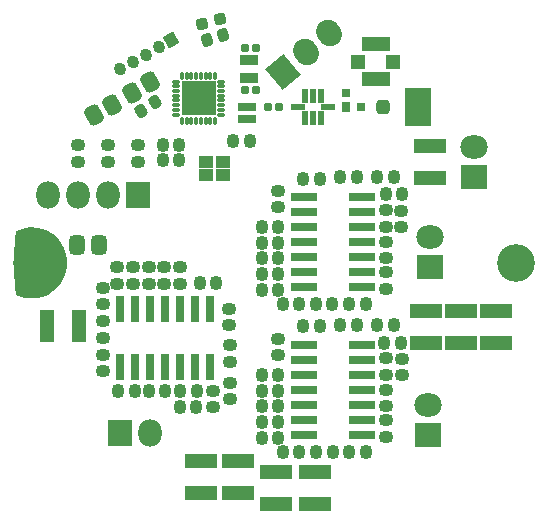
<source format=gts>
G04*
G04 #@! TF.GenerationSoftware,Altium Limited,Altium Designer,20.0.13 (296)*
G04*
G04 Layer_Color=8388736*
%FSLAX25Y25*%
%MOIN*%
G70*
G01*
G75*
G04:AMPARAMS|DCode=42|XSize=65.13mil|YSize=53.31mil|CornerRadius=15.33mil|HoleSize=0mil|Usage=FLASHONLY|Rotation=270.000|XOffset=0mil|YOffset=0mil|HoleType=Round|Shape=RoundedRectangle|*
%AMROUNDEDRECTD42*
21,1,0.06513,0.02266,0,0,270.0*
21,1,0.03447,0.05331,0,0,270.0*
1,1,0.03066,-0.01133,-0.01723*
1,1,0.03066,-0.01133,0.01723*
1,1,0.03066,0.01133,0.01723*
1,1,0.03066,0.01133,-0.01723*
%
%ADD42ROUNDEDRECTD42*%
%ADD43R,0.11036X0.05131*%
%ADD44R,0.03000X0.08600*%
%ADD45R,0.08600X0.03000*%
G04:AMPARAMS|DCode=46|XSize=43.43mil|YSize=37.53mil|CornerRadius=11.38mil|HoleSize=0mil|Usage=FLASHONLY|Rotation=90.000|XOffset=0mil|YOffset=0mil|HoleType=Round|Shape=RoundedRectangle|*
%AMROUNDEDRECTD46*
21,1,0.04343,0.01476,0,0,90.0*
21,1,0.02067,0.03753,0,0,90.0*
1,1,0.02276,0.00738,0.01034*
1,1,0.02276,0.00738,-0.01034*
1,1,0.02276,-0.00738,-0.01034*
1,1,0.02276,-0.00738,0.01034*
%
%ADD46ROUNDEDRECTD46*%
G04:AMPARAMS|DCode=47|XSize=43.43mil|YSize=37.53mil|CornerRadius=11.38mil|HoleSize=0mil|Usage=FLASHONLY|Rotation=180.000|XOffset=0mil|YOffset=0mil|HoleType=Round|Shape=RoundedRectangle|*
%AMROUNDEDRECTD47*
21,1,0.04343,0.01476,0,0,180.0*
21,1,0.02067,0.03753,0,0,180.0*
1,1,0.02276,-0.01034,0.00738*
1,1,0.02276,0.01034,0.00738*
1,1,0.02276,0.01034,-0.00738*
1,1,0.02276,-0.01034,-0.00738*
%
%ADD47ROUNDEDRECTD47*%
%ADD48R,0.05131X0.11036*%
G04:AMPARAMS|DCode=49|XSize=43.43mil|YSize=37.53mil|CornerRadius=11.38mil|HoleSize=0mil|Usage=FLASHONLY|Rotation=285.000|XOffset=0mil|YOffset=0mil|HoleType=Round|Shape=RoundedRectangle|*
%AMROUNDEDRECTD49*
21,1,0.04343,0.01476,0,0,285.0*
21,1,0.02067,0.03753,0,0,285.0*
1,1,0.02276,-0.00446,-0.01189*
1,1,0.02276,-0.00981,0.00807*
1,1,0.02276,0.00446,0.01189*
1,1,0.02276,0.00981,-0.00807*
%
%ADD49ROUNDEDRECTD49*%
G04:AMPARAMS|DCode=50|XSize=43.43mil|YSize=37.53mil|CornerRadius=11.38mil|HoleSize=0mil|Usage=FLASHONLY|Rotation=300.000|XOffset=0mil|YOffset=0mil|HoleType=Round|Shape=RoundedRectangle|*
%AMROUNDEDRECTD50*
21,1,0.04343,0.01476,0,0,300.0*
21,1,0.02067,0.03753,0,0,300.0*
1,1,0.02276,-0.00123,-0.01264*
1,1,0.02276,-0.01156,0.00526*
1,1,0.02276,0.00123,0.01264*
1,1,0.02276,0.01156,-0.00526*
%
%ADD50ROUNDEDRECTD50*%
G04:AMPARAMS|DCode=51|XSize=65.13mil|YSize=53.31mil|CornerRadius=15.33mil|HoleSize=0mil|Usage=FLASHONLY|Rotation=120.000|XOffset=0mil|YOffset=0mil|HoleType=Round|Shape=RoundedRectangle|*
%AMROUNDEDRECTD51*
21,1,0.06513,0.02266,0,0,120.0*
21,1,0.03447,0.05331,0,0,120.0*
1,1,0.03066,0.00119,0.02059*
1,1,0.03066,0.01843,-0.00926*
1,1,0.03066,-0.00119,-0.02059*
1,1,0.03066,-0.01843,0.00926*
%
%ADD51ROUNDEDRECTD51*%
%ADD52R,0.04737X0.04737*%
%ADD53R,0.09461X0.04934*%
%ADD54R,0.04737X0.02178*%
%ADD55R,0.02178X0.04737*%
%ADD56R,0.03162X0.03200*%
%ADD57R,0.03162X0.03162*%
%ADD58R,0.03162X0.03162*%
%ADD59R,0.01981X0.02769*%
G04:AMPARAMS|DCode=60|XSize=27.69mil|YSize=28.63mil|CornerRadius=8.92mil|HoleSize=0mil|Usage=FLASHONLY|Rotation=90.000|XOffset=0mil|YOffset=0mil|HoleType=Round|Shape=RoundedRectangle|*
%AMROUNDEDRECTD60*
21,1,0.02769,0.01079,0,0,90.0*
21,1,0.00984,0.02863,0,0,90.0*
1,1,0.01784,0.00539,0.00492*
1,1,0.01784,0.00539,-0.00492*
1,1,0.01784,-0.00539,-0.00492*
1,1,0.01784,-0.00539,0.00492*
%
%ADD60ROUNDEDRECTD60*%
%ADD61R,0.06312X0.03556*%
%ADD62R,0.04540X0.04147*%
%ADD63R,0.11424X0.11424*%
%ADD64O,0.01187X0.02762*%
%ADD65O,0.02762X0.01187*%
G04:AMPARAMS|DCode=66|XSize=39.5mil|YSize=39.5mil|CornerRadius=11.87mil|HoleSize=0mil|Usage=FLASHONLY|Rotation=15.000|XOffset=0mil|YOffset=0mil|HoleType=Round|Shape=RoundedRectangle|*
%AMROUNDEDRECTD66*
21,1,0.03950,0.01575,0,0,15.0*
21,1,0.01575,0.03950,0,0,15.0*
1,1,0.02375,0.00964,-0.00557*
1,1,0.02375,-0.00557,-0.00964*
1,1,0.02375,-0.00964,0.00557*
1,1,0.02375,0.00557,0.00964*
%
%ADD66ROUNDEDRECTD66*%
G04:AMPARAMS|DCode=67|XSize=47.37mil|YSize=47.37mil|CornerRadius=13.84mil|HoleSize=0mil|Usage=FLASHONLY|Rotation=0.000|XOffset=0mil|YOffset=0mil|HoleType=Round|Shape=RoundedRectangle|*
%AMROUNDEDRECTD67*
21,1,0.04737,0.01968,0,0,0.0*
21,1,0.01968,0.04737,0,0,0.0*
1,1,0.02769,0.00984,-0.00984*
1,1,0.02769,-0.00984,-0.00984*
1,1,0.02769,-0.00984,0.00984*
1,1,0.02769,0.00984,0.00984*
%
%ADD67ROUNDEDRECTD67*%
%ADD68R,0.08674X0.12611*%
%ADD69O,0.09068X0.07887*%
%ADD70R,0.09068X0.07887*%
%ADD71O,0.07887X0.09068*%
%ADD72R,0.07887X0.09068*%
G04:AMPARAMS|DCode=73|XSize=43.43mil|YSize=39.5mil|CornerRadius=0mil|HoleSize=0mil|Usage=FLASHONLY|Rotation=120.000|XOffset=0mil|YOffset=0mil|HoleType=Round|Shape=Rectangle|*
%AMROTATEDRECTD73*
4,1,4,0.02796,-0.00893,-0.00624,-0.02868,-0.02796,0.00893,0.00624,0.02868,0.02796,-0.00893,0.0*
%
%ADD73ROTATEDRECTD73*%

G04:AMPARAMS|DCode=74|XSize=43.43mil|YSize=39.5mil|CornerRadius=0mil|HoleSize=0mil|Usage=FLASHONLY|Rotation=120.000|XOffset=0mil|YOffset=0mil|HoleType=Round|Shape=Round|*
%AMOVALD74*
21,1,0.00394,0.03950,0.00000,0.00000,120.0*
1,1,0.03950,0.00098,-0.00171*
1,1,0.03950,-0.00098,0.00171*
%
%ADD74OVALD74*%

G04:AMPARAMS|DCode=75|XSize=78.87mil|YSize=90.68mil|CornerRadius=0mil|HoleSize=0mil|Usage=FLASHONLY|Rotation=40.000|XOffset=0mil|YOffset=0mil|HoleType=Round|Shape=Round|*
%AMOVALD75*
21,1,0.01181,0.07887,0.00000,0.00000,130.0*
1,1,0.07887,0.00380,-0.00452*
1,1,0.07887,-0.00380,0.00452*
%
%ADD75OVALD75*%

G04:AMPARAMS|DCode=76|XSize=78.87mil|YSize=90.68mil|CornerRadius=0mil|HoleSize=0mil|Usage=FLASHONLY|Rotation=40.000|XOffset=0mil|YOffset=0mil|HoleType=Round|Shape=Rectangle|*
%AMROTATEDRECTD76*
4,1,4,-0.00106,-0.06008,-0.05935,0.00938,0.00106,0.06008,0.05935,-0.00938,-0.00106,-0.06008,0.0*
%
%ADD76ROTATEDRECTD76*%

%ADD77C,0.12611*%
G36*
X-85966Y-10576D02*
X-86290Y-7944D01*
X-86614Y-2651D01*
X-86614Y2651D01*
X-86290Y7944D01*
X-85966Y10576D01*
D01*
X-85966Y10576D01*
X-85068Y11023D01*
X-83148Y11600D01*
X-81158Y11845D01*
X-79156Y11751D01*
X-77197Y11321D01*
X-75339Y10568D01*
X-73635Y9512D01*
X-72133Y8183D01*
X-70877Y6621D01*
X-69902Y4869D01*
X-69235Y2978D01*
X-68898Y1002D01*
X-68898Y-1003D01*
X-69236Y-2979D01*
X-69902Y-4870D01*
X-70877Y-6622D01*
X-72134Y-8184D01*
X-73636Y-9512D01*
X-75340Y-10568D01*
X-77198Y-11322D01*
X-79156Y-11751D01*
X-81159Y-11845D01*
X-83149Y-11600D01*
X-85069Y-11022D01*
X-85967Y-10576D01*
X-85966Y-10576D01*
D02*
G37*
D42*
X-58457Y6000D02*
D03*
X-65543D02*
D03*
D43*
X52000Y38815D02*
D03*
Y28185D02*
D03*
X-24500Y-66185D02*
D03*
Y-76815D02*
D03*
X-12000Y-66185D02*
D03*
Y-76815D02*
D03*
X13500Y-69685D02*
D03*
Y-80315D02*
D03*
X500Y-69685D02*
D03*
Y-80315D02*
D03*
X50500Y-26815D02*
D03*
Y-16185D02*
D03*
X74000Y-26815D02*
D03*
Y-16185D02*
D03*
X62250Y-26815D02*
D03*
Y-16185D02*
D03*
D44*
X-21356Y-15433D02*
D03*
X-26356D02*
D03*
X-31356D02*
D03*
X-36356D02*
D03*
X-41356D02*
D03*
X-46356D02*
D03*
X-51356D02*
D03*
Y-34833D02*
D03*
X-46356D02*
D03*
X-41356D02*
D03*
X-36356D02*
D03*
X-31356D02*
D03*
X-26356D02*
D03*
X-21356D02*
D03*
D45*
X9933Y22010D02*
D03*
Y17010D02*
D03*
Y12010D02*
D03*
Y7010D02*
D03*
Y2010D02*
D03*
Y-2990D02*
D03*
Y-7990D02*
D03*
X29333D02*
D03*
Y-2990D02*
D03*
Y2010D02*
D03*
Y7010D02*
D03*
Y12010D02*
D03*
Y17010D02*
D03*
Y22010D02*
D03*
X9988Y-27356D02*
D03*
Y-32356D02*
D03*
Y-37356D02*
D03*
Y-42356D02*
D03*
Y-47356D02*
D03*
Y-52356D02*
D03*
Y-57356D02*
D03*
X29388D02*
D03*
Y-52356D02*
D03*
Y-47356D02*
D03*
Y-42356D02*
D03*
Y-37356D02*
D03*
Y-32356D02*
D03*
Y-27356D02*
D03*
D46*
X-4123Y-3740D02*
D03*
X1389D02*
D03*
X-4123Y-8990D02*
D03*
X1389D02*
D03*
X13940Y-13790D02*
D03*
X19452D02*
D03*
X42689Y22866D02*
D03*
X37177D02*
D03*
X27542Y28610D02*
D03*
X22030D02*
D03*
X1389Y1510D02*
D03*
X-4123D02*
D03*
X1389Y12010D02*
D03*
X-4123D02*
D03*
X8314Y-13790D02*
D03*
X2802D02*
D03*
X30589D02*
D03*
X25077D02*
D03*
X34402Y28610D02*
D03*
X39914D02*
D03*
X9744Y28000D02*
D03*
X15256D02*
D03*
X-4123Y6760D02*
D03*
X1389D02*
D03*
X-4068Y-53106D02*
D03*
X1444D02*
D03*
X-4068Y-58356D02*
D03*
X1444D02*
D03*
X13995Y-63156D02*
D03*
X19507D02*
D03*
X42156Y-26800D02*
D03*
X36644D02*
D03*
X27597Y-20756D02*
D03*
X22085D02*
D03*
X1444Y-47856D02*
D03*
X-4068D02*
D03*
X1444Y-37356D02*
D03*
X-4068D02*
D03*
X8369Y-63156D02*
D03*
X2858D02*
D03*
X30644D02*
D03*
X25132D02*
D03*
X34457Y-20756D02*
D03*
X39969D02*
D03*
X9744Y-21000D02*
D03*
X15256D02*
D03*
X-4068Y-42606D02*
D03*
X1444D02*
D03*
X-46444Y-42733D02*
D03*
X-51956D02*
D03*
X-25944Y-47933D02*
D03*
X-31456D02*
D03*
X-24756Y-6689D02*
D03*
X-19244D02*
D03*
X-36344Y-42833D02*
D03*
X-41856D02*
D03*
X-25844D02*
D03*
X-31356D02*
D03*
X-13656Y40700D02*
D03*
X-8144D02*
D03*
X-31588Y39300D02*
D03*
X-37100D02*
D03*
X-31644Y34300D02*
D03*
X-37156D02*
D03*
D47*
X37233Y-8590D02*
D03*
Y-3078D02*
D03*
X42433Y11910D02*
D03*
Y17422D02*
D03*
X1189Y24122D02*
D03*
Y18610D02*
D03*
X37333Y1510D02*
D03*
Y7022D02*
D03*
Y12010D02*
D03*
Y17522D02*
D03*
X37288Y-57956D02*
D03*
Y-52444D02*
D03*
X42488Y-37456D02*
D03*
Y-31944D02*
D03*
X1244Y-25244D02*
D03*
Y-30756D02*
D03*
X37388Y-47856D02*
D03*
Y-42344D02*
D03*
Y-37356D02*
D03*
Y-31844D02*
D03*
X-47106Y-6889D02*
D03*
Y-1377D02*
D03*
X-52356Y-6889D02*
D03*
Y-1377D02*
D03*
X-57156Y-24952D02*
D03*
Y-19440D02*
D03*
X-20500Y-42677D02*
D03*
Y-48189D02*
D03*
X-14756Y-27530D02*
D03*
Y-33042D02*
D03*
X-41856Y-6889D02*
D03*
Y-1377D02*
D03*
X-31356Y-6889D02*
D03*
Y-1377D02*
D03*
X-57156Y-8302D02*
D03*
Y-13814D02*
D03*
Y-30577D02*
D03*
Y-36089D02*
D03*
X-14756Y-45414D02*
D03*
Y-39902D02*
D03*
X-15000Y-20756D02*
D03*
Y-15244D02*
D03*
X-36606Y-1377D02*
D03*
Y-6889D02*
D03*
X-45500Y33744D02*
D03*
Y39256D02*
D03*
X-65500Y33744D02*
D03*
Y39256D02*
D03*
X-55500Y33744D02*
D03*
Y39256D02*
D03*
D48*
X-65185Y-21000D02*
D03*
X-75815D02*
D03*
D49*
X-17038Y75813D02*
D03*
X-22362Y74387D02*
D03*
D50*
X-44387Y50722D02*
D03*
X-39613Y53478D02*
D03*
D51*
X-60069Y49228D02*
D03*
X-53931Y52772D02*
D03*
X-41231Y60272D02*
D03*
X-47369Y56728D02*
D03*
D52*
X27894Y67100D02*
D03*
X39706D02*
D03*
D53*
X33800Y72907D02*
D03*
Y61293D02*
D03*
D54*
X17943Y52000D02*
D03*
X8100D02*
D03*
D55*
X15580Y48457D02*
D03*
X13021D02*
D03*
X10462D02*
D03*
Y55543D02*
D03*
X13021D02*
D03*
X15580D02*
D03*
D56*
X24100Y52000D02*
D03*
D57*
X28824D02*
D03*
D58*
X24100Y56724D02*
D03*
D59*
X-11100Y48100D02*
D03*
X-9132D02*
D03*
X-7163D02*
D03*
X-11100Y52037D02*
D03*
X-9132D02*
D03*
X-7163D02*
D03*
D60*
X-6181Y57500D02*
D03*
X-9819D02*
D03*
X1519Y52000D02*
D03*
X-2119D02*
D03*
X-6181Y71500D02*
D03*
X-9819D02*
D03*
D61*
X-8500Y67553D02*
D03*
Y61647D02*
D03*
D62*
X-17146Y33664D02*
D03*
Y29136D02*
D03*
X-22854D02*
D03*
Y33664D02*
D03*
D63*
X-25187Y54920D02*
D03*
D64*
X-19676Y47439D02*
D03*
X-21250D02*
D03*
X-22825D02*
D03*
X-24400D02*
D03*
X-25975D02*
D03*
X-27550D02*
D03*
X-29124D02*
D03*
X-30699D02*
D03*
X-30699Y62400D02*
D03*
X-29124Y62400D02*
D03*
X-27550D02*
D03*
X-25975D02*
D03*
X-24400D02*
D03*
X-22825Y62400D02*
D03*
X-21250Y62400D02*
D03*
X-19676Y62400D02*
D03*
D65*
X-32668Y49408D02*
D03*
X-32668Y50983D02*
D03*
Y52557D02*
D03*
Y54132D02*
D03*
Y55707D02*
D03*
X-32668Y57282D02*
D03*
X-32668Y58857D02*
D03*
X-32668Y60431D02*
D03*
X-17707Y60431D02*
D03*
Y58857D02*
D03*
Y57282D02*
D03*
Y55707D02*
D03*
Y54132D02*
D03*
Y52557D02*
D03*
Y50983D02*
D03*
Y49408D02*
D03*
D66*
X-18058Y81315D02*
D03*
X-24142Y79685D02*
D03*
D67*
X36200Y52000D02*
D03*
D68*
X48012D02*
D03*
D69*
X52000Y8500D02*
D03*
X51288Y-47300D02*
D03*
X66500Y38500D02*
D03*
D70*
X52000Y-1500D02*
D03*
X51288Y-57300D02*
D03*
X66500Y28500D02*
D03*
D71*
X-41300Y-56733D02*
D03*
X-75500Y22500D02*
D03*
X-65500D02*
D03*
X-55500D02*
D03*
D72*
X-51300Y-56733D02*
D03*
X-45500Y22500D02*
D03*
D73*
X-34238Y74361D02*
D03*
D74*
X-38500Y71900D02*
D03*
X-42762Y69439D02*
D03*
X-47024Y66979D02*
D03*
X-51286Y64518D02*
D03*
D75*
X18260Y76628D02*
D03*
X10600Y70200D02*
D03*
D76*
X2940Y63772D02*
D03*
D77*
X80709Y0D02*
D03*
X-80709D02*
D03*
M02*

</source>
